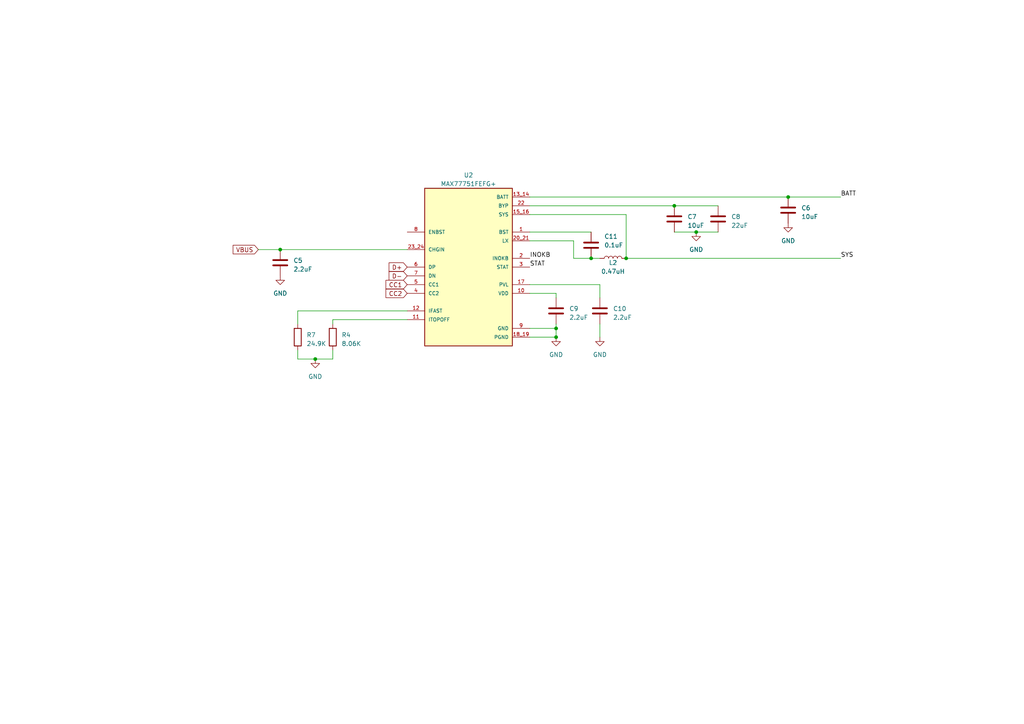
<source format=kicad_sch>
(kicad_sch (version 20230121) (generator eeschema)
  (paper "A4")
  (lib_symbols
    (symbol "Device:C" (pin_numbers hide) (pin_names (offset 0.254))
      (property "Reference" "C" (at 0.635 2.54 0))
      (property "Value" "C" (at 0.635 -2.54 0))
      (symbol "C_0_1"
        (polyline (pts (xy -2.032 -0.762) (xy 2.032 -0.762)) (stroke (width 0.508)))
        (polyline (pts (xy -2.032 0.762) (xy 2.032 0.762)) (stroke (width 0.508)))
      )
      (symbol "C_1_1"
        (pin passive line (at 0 3.81 270) (length 2.794) (name "~") (number "1"))
        (pin passive line (at 0 -3.81 90) (length 2.794) (name "~") (number "2"))
      )
    )
    (symbol "Device:L" (pin_numbers hide) (pin_names (offset 1.016) hide)
      (property "Reference" "L" (at -1.27 0 90))
      (property "Value" "L" (at 1.905 0 90))
      (symbol "L_0_1"
        (arc (start 0 -2.54) (mid 0.6323 -1.905) (end 0 -1.27))
        (arc (start 0 -1.27) (mid 0.6323 -0.635) (end 0 0))
        (arc (start 0 0) (mid 0.6323 0.635) (end 0 1.27))
        (arc (start 0 1.27) (mid 0.6323 1.905) (end 0 2.54))
      )
      (symbol "L_1_1"
        (pin passive line (at 0 3.81 270) (length 1.27) (name "1") (number "1"))
        (pin passive line (at 0 -3.81 90) (length 1.27) (name "2") (number "2"))
      )
    )
    (symbol "Device:R" (pin_numbers hide) (pin_names (offset 0))
      (property "Reference" "R" (at 2.032 0 90))
      (property "Value" "R" (at 0 0 90))
      (symbol "R_0_1"
        (rectangle (start -1.016 -2.54) (end 1.016 2.54) (stroke (width 0.254)))
      )
      (symbol "R_1_1"
        (pin passive line (at 0 3.81 270) (length 1.27) (name "~") (number "1"))
        (pin passive line (at 0 -3.81 90) (length 1.27) (name "~") (number "2"))
      )
    )
    (symbol "MAX77751FEFG_:MAX77751FEFG+" (pin_names (offset 1.016))
      (property "Reference" "U" (at -12.7 23.86 0))
      (property "Value" "MAX77751FEFG+" (at -12.7 -25.4 0))
      (symbol "MAX77751FEFG+_0_0"
        (rectangle (start -12.7 -22.86) (end 12.7 22.86) (stroke (width 0.254)) (fill (type background)))
        (pin passive line (at 17.78 10.16 180) (length 5.08) (name "BST") (number "1"))
        (pin output line (at 17.78 -7.62 180) (length 5.08) (name "VDD") (number "10"))
        (pin passive line (at -17.78 -15.24 0) (length 5.08) (name "ITOPOFF") (number "11"))
        (pin passive line (at -17.78 -12.7 0) (length 5.08) (name "IFAST") (number "12"))
        (pin power_in line (at 17.78 20.32 180) (length 5.08) (name "BATT") (number "13_14"))
        (pin power_in line (at 17.78 15.24 180) (length 5.08) (name "SYS") (number "15_16"))
        (pin output line (at 17.78 -5.08 180) (length 5.08) (name "PVL") (number "17"))
        (pin power_in line (at 17.78 -20.32 180) (length 5.08) (name "PGND") (number "18_19"))
        (pin output line (at 17.78 2.54 180) (length 5.08) (name "INOKB") (number "2"))
        (pin passive line (at 17.78 7.62 180) (length 5.08) (name "LX") (number "20_21"))
        (pin power_in line (at 17.78 17.78 180) (length 5.08) (name "BYP") (number "22"))
        (pin input line (at -17.78 5.08 0) (length 5.08) (name "CHGIN") (number "23_24"))
        (pin output line (at 17.78 0 180) (length 5.08) (name "STAT") (number "3"))
        (pin bidirectional line (at -17.78 -7.62 0) (length 5.08) (name "CC2") (number "4"))
        (pin bidirectional line (at -17.78 -5.08 0) (length 5.08) (name "CC1") (number "5"))
        (pin bidirectional line (at -17.78 0 0) (length 5.08) (name "DP") (number "6"))
        (pin bidirectional line (at -17.78 -2.54 0) (length 5.08) (name "DN") (number "7"))
        (pin input line (at -17.78 10.16 0) (length 5.08) (name "ENBST") (number "8"))
        (pin power_in line (at 17.78 -17.78 180) (length 5.08) (name "GND") (number "9"))
      )
    )
    (symbol "power:GND" (power) (pin_names (offset 0))
      (property "Value" "GND" (at 0 -3.81 0))
      (symbol "GND_0_1"
        (polyline (pts (xy 0 0) (xy 0 -1.27) (xy 1.27 -1.27) (xy 0 -2.54) (xy -1.27 -1.27) (xy 0 -1.27)))
      )
      (symbol "GND_1_1"
        (pin power_in line (at 0 0 270) (length 0) hide (name "GND") (number "1"))
      )
    )
  )
  (junction (at 228.6 57.15))
  (junction (at 91.44 104.14))
  (junction (at 171.45 74.93))
  (junction (at 201.93 67.31))
  (junction (at 161.29 95.25))
  (junction (at 81.28 72.39))
  (junction (at 161.29 97.79))
  (junction (at 195.58 59.69))
  (junction (at 181.61 74.93))
  (wire (pts (xy 161.29 93.98) (xy 161.29 95.25)))
  (wire (pts (xy 153.67 67.31) (xy 171.45 67.31)))
  (wire (pts (xy 86.36 90.17) (xy 118.11 90.17)))
  (wire (pts (xy 173.99 82.55) (xy 173.99 86.36)))
  (wire (pts (xy 201.93 67.31) (xy 208.28 67.31)))
  (wire (pts (xy 74.93 72.39) (xy 81.28 72.39)))
  (wire (pts (xy 153.67 97.79) (xy 161.29 97.79)))
  (wire (pts (xy 166.37 69.85) (xy 166.37 74.93)))
  (wire (pts (xy 91.44 104.14) (xy 96.52 104.14)))
  (wire (pts (xy 153.67 85.09) (xy 161.29 85.09)))
  (wire (pts (xy 86.36 101.6) (xy 86.36 104.14)))
  (wire (pts (xy 96.52 92.71) (xy 118.11 92.71)))
  (wire (pts (xy 161.29 85.09) (xy 161.29 86.36)))
  (wire (pts (xy 81.28 72.39) (xy 118.11 72.39)))
  (wire (pts (xy 166.37 74.93) (xy 171.45 74.93)))
  (wire (pts (xy 153.67 82.55) (xy 173.99 82.55)))
  (wire (pts (xy 171.45 74.93) (xy 173.99 74.93)))
  (wire (pts (xy 181.61 62.23) (xy 181.61 74.93)))
  (wire (pts (xy 86.36 93.98) (xy 86.36 90.17)))
  (wire (pts (xy 153.67 69.85) (xy 166.37 69.85)))
  (wire (pts (xy 228.6 57.15) (xy 243.84 57.15)))
  (wire (pts (xy 153.67 57.15) (xy 228.6 57.15)))
  (wire (pts (xy 86.36 104.14) (xy 91.44 104.14)))
  (wire (pts (xy 173.99 93.98) (xy 173.99 97.79)))
  (wire (pts (xy 153.67 95.25) (xy 161.29 95.25)))
  (wire (pts (xy 96.52 93.98) (xy 96.52 92.71)))
  (wire (pts (xy 181.61 74.93) (xy 243.84 74.93)))
  (wire (pts (xy 195.58 59.69) (xy 208.28 59.69)))
  (wire (pts (xy 161.29 95.25) (xy 161.29 97.79)))
  (wire (pts (xy 96.52 104.14) (xy 96.52 101.6)))
  (wire (pts (xy 201.93 67.31) (xy 195.58 67.31)))
  (wire (pts (xy 153.67 59.69) (xy 195.58 59.69)))
  (wire (pts (xy 153.67 62.23) (xy 181.61 62.23)))
  (label "BATT" (at 243.84 57.15 0))
  (label "INOKB" (at 153.67 74.93 0))
  (label "SYS" (at 243.84 74.93 0))
  (label "STAT" (at 153.67 77.47 0))
  (global_label "D+" (shape input) (at 118.11 77.47 180) (property "Intersheetrefs" "${INTERSHEET_REFS}" (effects hide)))
  (global_label "CC2" (shape input) (at 118.11 85.09 180) (property "Intersheetrefs" "${INTERSHEET_REFS}" (effects hide)))
  (global_label "D-" (shape input) (at 118.11 80.01 180) (property "Intersheetrefs" "${INTERSHEET_REFS}" (effects hide)))
  (global_label "VBUS" (shape input) (at 74.93 72.39 180) (property "Intersheetrefs" "${INTERSHEET_REFS}" (effects hide)))
  (global_label "CC1" (shape input) (at 118.11 82.55 180) (property "Intersheetrefs" "${INTERSHEET_REFS}" (effects hide)))
  (symbol (lib_id "power:GND") (at 161.29 97.79 0) (unit 1)
    (property "Reference" "#PWR013" (effects hide))
    (property "Value" "GND" (at 161.29 102.87 0))
  )
  (symbol (lib_id "power:GND") (at 228.6 64.77 0) (unit 1)
    (property "Reference" "#PWR011" (effects hide))
    (property "Value" "GND" (at 228.6 69.85 0))
  )
  (symbol (lib_id "MAX77751FEFG_:MAX77751FEFG+") (at 135.89 77.47 0) (unit 1)
    (property "Reference" "U2" (at 135.89 50.8 0))
    (property "Value" "MAX77751FEFG+" (at 135.89 53.34 0))
    (property "Footprint" "IC_MAX77751FEFG+" (effects hide))
    (property "MAXIMUM_PACKAGE_HEIGHT" "0.6 mm" (effects hide))
    (property "PARTREV" "4" (effects hide))
    (property "STANDARD" "Manufacturer Recommendations" (effects hide))
    (property "MANUFACTURER" "Maxim Integrated" (effects hide))
    (instances (project "rope-dart" (path "" (reference "U2") (unit 1)) (path "" (reference "U3") (unit 1))))
  )
  (symbol (lib_id "Device:C") (at 195.58 63.5 0) (unit 1)
    (property "Reference" "C7" (at 199.39 62.865 0) (effects (justify left)))
    (property "Value" "10uF" (at 199.39 65.405 0) (effects (justify left)))
    (property "Footprint" "Capacitor_SMD:C_0603_1608Metric" (effects hide))
  )
  (symbol (lib_id "Device:C") (at 171.45 71.12 0) (unit 1)
    (property "Reference" "C11" (at 175.26 68.58 0) (effects (justify left)))
    (property "Value" "0.1uF" (at 175.26 71.12 0) (effects (justify left)))
    (property "Footprint" "Capacitor_SMD:C_0402_1005Metric" (effects hide))
  )
  (symbol (lib_id "Device:C") (at 161.29 90.17 0) (unit 1)
    (property "Reference" "C9" (at 165.1 89.535 0) (effects (justify left)))
    (property "Value" "2.2uF" (at 165.1 92.075 0) (effects (justify left)))
    (property "Footprint" "Capacitor_SMD:C_0402_1005Metric" (effects hide))
  )
  (symbol (lib_id "power:GND") (at 173.99 97.79 0) (unit 1)
    (property "Reference" "#PWR014" (effects hide))
    (property "Value" "GND" (at 173.99 102.87 0))
  )
  (symbol (lib_id "power:GND") (at 91.44 104.14 0) (unit 1)
    (property "Reference" "#PWR010" (effects hide))
    (property "Value" "GND" (at 91.44 109.22 0))
  )
  (symbol (lib_id "Device:C") (at 81.28 76.2 0) (unit 1)
    (property "Reference" "C5" (at 85.09 75.565 0) (effects (justify left)))
    (property "Value" "2.2uF" (at 85.09 78.105 0) (effects (justify left)))
    (property "Footprint" "Capacitor_SMD:C_0402_1005Metric" (effects hide))
  )
  (symbol (lib_id "Device:R") (at 96.52 97.79 0) (unit 1)
    (property "Reference" "R4" (at 99.06 97.155 0) (effects (justify left)))
    (property "Value" "8.06K" (at 99.06 99.695 0) (effects (justify left)))
    (property "Footprint" "Resistor_SMD:R_0603_1608Metric_Pad0.98x0.95mm_HandSolder" (effects hide))
  )
  (symbol (lib_id "power:GND") (at 81.28 80.01 0) (unit 1)
    (property "Reference" "#PWR09" (effects hide))
    (property "Value" "GND" (at 81.28 85.09 0))
  )
  (symbol (lib_id "Device:C") (at 228.6 60.96 0) (unit 1)
    (property "Reference" "C6" (at 232.41 60.325 0) (effects (justify left)))
    (property "Value" "10uF" (at 232.41 62.865 0) (effects (justify left)))
    (property "Footprint" "Capacitor_SMD:C_0603_1608Metric" (effects hide))
  )
  (symbol (lib_id "Device:R") (at 86.36 97.79 180) (unit 1)
    (property "Reference" "R7" (at 88.9 97.155 0) (effects (justify right)))
    (property "Value" "24.9K" (at 88.9 99.695 0) (effects (justify right)))
    (property "Footprint" "Resistor_SMD:R_0603_1608Metric_Pad0.98x0.95mm_HandSolder" (effects hide))
  )
  (symbol (lib_id "power:GND") (at 201.93 67.31 0) (unit 1)
    (property "Reference" "#PWR012" (effects hide))
    (property "Value" "GND" (at 201.93 72.39 0))
  )
  (symbol (lib_id "Device:L") (at 177.8 74.93 90) (unit 1)
    (property "Reference" "L2" (at 177.8 76.2 90))
    (property "Value" "0.47uH" (at 177.8 78.74 90))
  )
  (symbol (lib_id "Device:C") (at 208.28 63.5 0) (unit 1)
    (property "Reference" "C8" (at 212.09 62.865 0) (effects (justify left)))
    (property "Value" "22uF" (at 212.09 65.405 0) (effects (justify left)))
    (property "Footprint" "Capacitor_SMD:C_0805_2012Metric" (effects hide))
  )
  (symbol (lib_id "Device:C") (at 173.99 90.17 0) (unit 1)
    (property "Reference" "C10" (at 177.8 89.535 0) (effects (justify left)))
    (property "Value" "2.2uF" (at 177.8 92.075 0) (effects (justify left)))
    (property "Footprint" "Capacitor_SMD:C_0402_1005Metric" (effects hide))
  )
)
</source>
